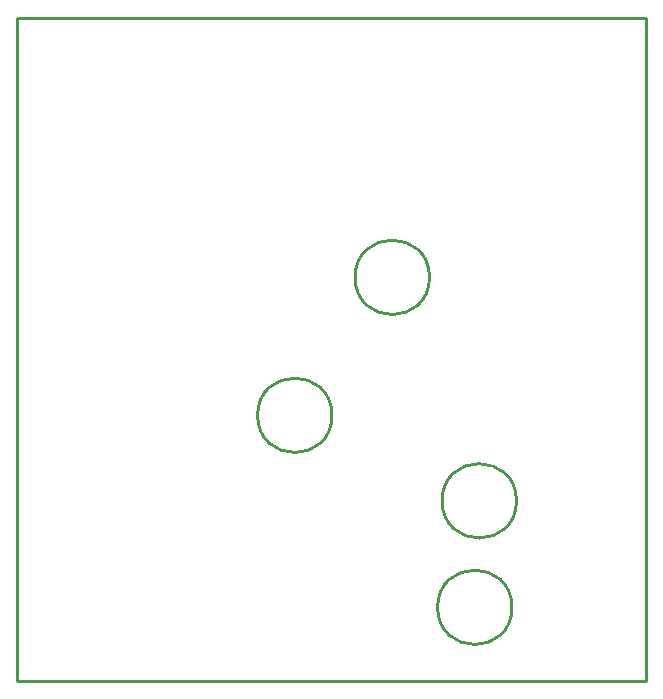
<source format=gbo>
G04 Layer_Color=13813960*
%FSLAX25Y25*%
%MOIN*%
G70*
G01*
G75*
%ADD16C,0.01000*%
D16*
X264901Y124500D02*
G03*
X264901Y124500I-12402J0D01*
G01*
X266402Y160000D02*
G03*
X266402Y160000I-12402J0D01*
G01*
X237402Y234500D02*
G03*
X237402Y234500I-12402J0D01*
G01*
X204902Y188500D02*
G03*
X204902Y188500I-12402J0D01*
G01*
X100000Y100000D02*
Y321000D01*
Y100000D02*
X309500D01*
Y321000D01*
X100000D02*
X309500D01*
M02*

</source>
